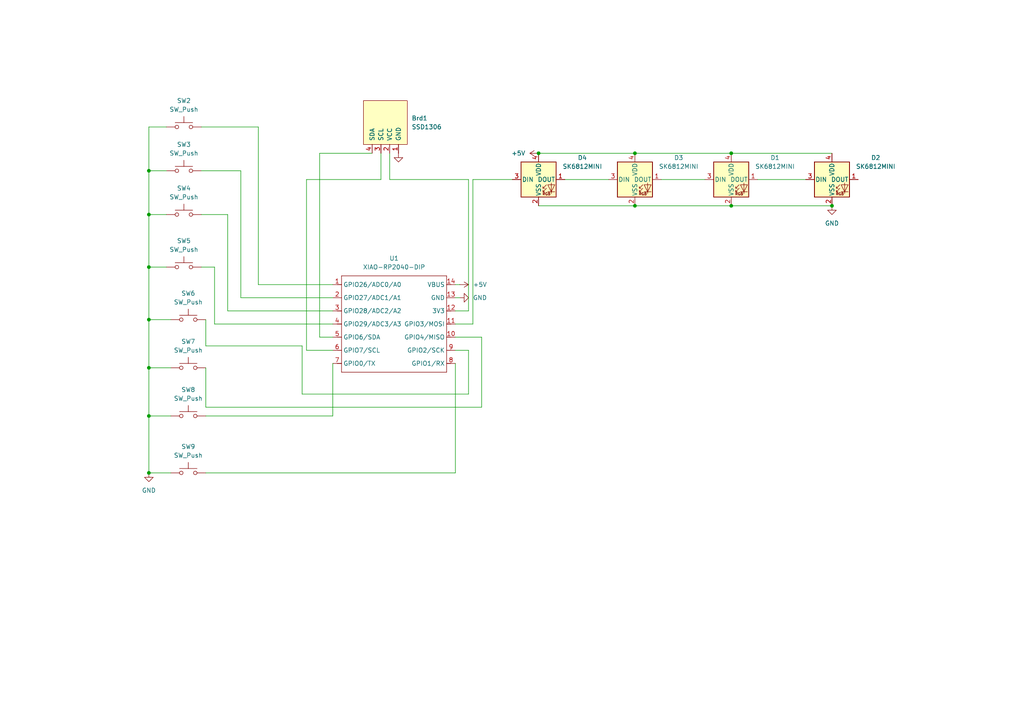
<source format=kicad_sch>
(kicad_sch (version 20231120) (generator "eeschema") (generator_version "8.0")
  (paper "A4")
  (lib_symbols
    (symbol "GND_1" (power) (pin_numbers hide) (pin_names (offset 0) hide)
      (property "Value" "GND" (at 0 -3.81 0))
      (symbol "GND_1_0_1"
        (polyline (pts (xy 0 0) (xy 0 -1.27) (xy 1.27 -1.27) (xy 0 -2.54) (xy -1.27 -1.27) (xy 0 -1.27)))
      )
      (symbol "GND_1_1_1"
        (pin power_in line (at 0 0 270) (length 0) (name "~") (number "1"))
      )
    )
    (symbol "LED:SK6812MINI" (pin_names (offset 0.254))
      (property "Reference" "D" (at 5.08 5.715 0))
      (property "Value" "SK6812MINI" (at 1.27 -5.715 0))
      (symbol "SK6812MINI_0_0"
        (text "RGB" (at 2.286 -4.191 0) (effects (font (size 0.762 0.762))))
      )
      (symbol "SK6812MINI_0_1"
        (polyline (pts (xy 1.27 -3.556) (xy 1.778 -3.556)))
        (polyline (pts (xy 1.27 -2.54) (xy 1.778 -2.54)))
        (polyline (pts (xy 4.699 -3.556) (xy 2.667 -3.556)))
        (polyline (pts (xy 2.286 -2.54) (xy 1.27 -3.556) (xy 1.27 -3.048)))
        (polyline (pts (xy 2.286 -1.524) (xy 1.27 -2.54) (xy 1.27 -2.032)))
        (polyline (pts (xy 3.683 -1.016) (xy 3.683 -3.556) (xy 3.683 -4.064)))
        (polyline (pts (xy 4.699 -1.524) (xy 2.667 -1.524) (xy 3.683 -3.556) (xy 4.699 -1.524)))
        (rectangle (start 5.08 5.08) (end -5.08 -5.08) (stroke (width 0.254)) (fill (type background)))
      )
      (symbol "SK6812MINI_1_1"
        (pin output line (at 7.62 0 180) (length 2.54) (name "DOUT") (number "1"))
        (pin power_in line (at 0 -7.62 90) (length 2.54) (name "VSS") (number "2"))
        (pin input line (at -7.62 0 0) (length 2.54) (name "DIN") (number "3"))
        (pin power_in line (at 0 7.62 270) (length 2.54) (name "VDD") (number "4"))
      )
    )
    (symbol "OPL:XIAO-RP2040-DIP"
      (property "Reference" "U" (at 0 0 0))
      (property "Value" "XIAO-RP2040-DIP" (at 5.334 -1.778 0))
      (symbol "XIAO-RP2040-DIP_1_0"
        (polyline (pts (xy -1.27 -30.48) (xy -1.27 -16.51)) (stroke (width 0.1524)))
        (polyline (pts (xy -1.27 -27.94) (xy -2.54 -27.94)) (stroke (width 0.1524)))
        (polyline (pts (xy -1.27 -24.13) (xy -2.54 -24.13)) (stroke (width 0.1524)))
        (polyline (pts (xy -1.27 -20.32) (xy -2.54 -20.32)) (stroke (width 0.1524)))
        (polyline (pts (xy -1.27 -16.51) (xy -2.54 -16.51)) (stroke (width 0.1524)))
        (polyline (pts (xy -1.27 -16.51) (xy -1.27 -12.7)) (stroke (width 0.1524)))
        (polyline (pts (xy -1.27 -12.7) (xy -2.54 -12.7)) (stroke (width 0.1524)))
        (polyline (pts (xy -1.27 -12.7) (xy -1.27 -8.89)) (stroke (width 0.1524)))
        (polyline (pts (xy -1.27 -8.89) (xy -2.54 -8.89)) (stroke (width 0.1524)))
        (polyline (pts (xy -1.27 -8.89) (xy -1.27 -5.08)) (stroke (width 0.1524)))
        (polyline (pts (xy -1.27 -5.08) (xy -2.54 -5.08)) (stroke (width 0.1524)))
        (polyline (pts (xy -1.27 -5.08) (xy -1.27 -2.54)) (stroke (width 0.1524)))
        (polyline (pts (xy -1.27 -2.54) (xy 29.21 -2.54)) (stroke (width 0.1524)))
        (polyline (pts (xy 29.21 -30.48) (xy -1.27 -30.48)) (stroke (width 0.1524)))
        (polyline (pts (xy 29.21 -12.7) (xy 29.21 -30.48)) (stroke (width 0.1524)))
        (polyline (pts (xy 29.21 -8.89) (xy 29.21 -12.7)) (stroke (width 0.1524)))
        (polyline (pts (xy 29.21 -5.08) (xy 29.21 -8.89)) (stroke (width 0.1524)))
        (polyline (pts (xy 29.21 -2.54) (xy 29.21 -5.08)) (stroke (width 0.1524)))
        (polyline (pts (xy 30.48 -27.94) (xy 29.21 -27.94)) (stroke (width 0.1524)))
        (polyline (pts (xy 30.48 -24.13) (xy 29.21 -24.13)) (stroke (width 0.1524)))
        (polyline (pts (xy 30.48 -20.32) (xy 29.21 -20.32)) (stroke (width 0.1524)))
        (polyline (pts (xy 30.48 -16.51) (xy 29.21 -16.51)) (stroke (width 0.1524)))
        (polyline (pts (xy 30.48 -12.7) (xy 29.21 -12.7)) (stroke (width 0.1524)))
        (polyline (pts (xy 30.48 -8.89) (xy 29.21 -8.89)) (stroke (width 0.1524)))
        (polyline (pts (xy 30.48 -5.08) (xy 29.21 -5.08)) (stroke (width 0.1524)))
        (pin passive line (at -3.81 -5.08 0) (length 2.54) (name "GPIO26/ADC0/A0") (number "1"))
        (pin passive line (at 31.75 -20.32 180) (length 2.54) (name "GPIO4/MISO") (number "10"))
        (pin passive line (at 31.75 -16.51 180) (length 2.54) (name "GPIO3/MOSI") (number "11"))
        (pin passive line (at 31.75 -12.7 180) (length 2.54) (name "3V3") (number "12"))
        (pin passive line (at 31.75 -8.89 180) (length 2.54) (name "GND") (number "13"))
        (pin passive line (at 31.75 -5.08 180) (length 2.54) (name "VBUS") (number "14"))
        (pin passive line (at -3.81 -8.89 0) (length 2.54) (name "GPIO27/ADC1/A1") (number "2"))
        (pin passive line (at -3.81 -12.7 0) (length 2.54) (name "GPIO28/ADC2/A2") (number "3"))
        (pin passive line (at -3.81 -16.51 0) (length 2.54) (name "GPIO29/ADC3/A3") (number "4"))
        (pin passive line (at -3.81 -20.32 0) (length 2.54) (name "GPIO6/SDA") (number "5"))
        (pin passive line (at -3.81 -24.13 0) (length 2.54) (name "GPIO7/SCL") (number "6"))
        (pin passive line (at -3.81 -27.94 0) (length 2.54) (name "GPIO0/TX") (number "7"))
        (pin passive line (at 31.75 -27.94 180) (length 2.54) (name "GPIO1/RX") (number "8"))
        (pin passive line (at 31.75 -24.13 180) (length 2.54) (name "GPIO2/SCK") (number "9"))
      )
    )
    (symbol "SSD1306:SSD1306" (pin_names (offset 1.016))
      (property "Reference" "Brd" (at 0 -3.81 0))
      (property "Value" "SSD1306" (at 0 -1.27 0))
      (symbol "SSD1306_0_1"
        (rectangle (start -6.35 6.35) (end 6.35 -6.35) (fill (type background)))
      )
      (symbol "SSD1306_1_1"
        (pin input line (at -3.81 8.89 270) (length 2.54) (name "GND") (number "1"))
        (pin input line (at -1.27 8.89 270) (length 2.54) (name "VCC") (number "2"))
        (pin input line (at 1.27 8.89 270) (length 2.54) (name "SCL") (number "3"))
        (pin input line (at 3.81 8.89 270) (length 2.54) (name "SDA") (number "4"))
      )
    )
    (symbol "Switch:SW_Push" (pin_numbers hide) (pin_names (offset 1.016) hide)
      (property "Reference" "SW" (at 1.27 2.54 0))
      (property "Value" "SW_Push" (at 0 -1.524 0))
      (symbol "SW_Push_0_1"
        (circle (center -2.032 0) (radius 0.508))
        (polyline (pts (xy 0 1.27) (xy 0 3.048)))
        (polyline (pts (xy 2.54 1.27) (xy -2.54 1.27)))
        (circle (center 2.032 0) (radius 0.508))
        (pin passive line (at -5.08 0 0) (length 2.54) (name "1") (number "1"))
        (pin passive line (at 5.08 0 180) (length 2.54) (name "2") (number "2"))
      )
    )
    (symbol "power:+5V" (power) (pin_numbers hide) (pin_names (offset 0) hide)
      (property "Value" "+5V" (at 0 3.556 0))
      (symbol "+5V_0_1"
        (polyline (pts (xy -0.762 1.27) (xy 0 2.54)))
        (polyline (pts (xy 0 0) (xy 0 2.54)))
        (polyline (pts (xy 0 2.54) (xy 0.762 1.27)))
      )
      (symbol "+5V_1_1"
        (pin power_in line (at 0 0 90) (length 0) (name "~") (number "1"))
      )
    )
    (symbol "power:GND" (power) (pin_numbers hide) (pin_names (offset 0) hide)
      (property "Value" "GND" (at 0 -3.81 0))
      (symbol "GND_0_1"
        (polyline (pts (xy 0 0) (xy 0 -1.27) (xy 1.27 -1.27) (xy 0 -2.54) (xy -1.27 -1.27) (xy 0 -1.27)))
      )
    )
  )
  (junction (at 43.18 106.68))
  (junction (at 156.21 44.45))
  (junction (at 184.15 59.69))
  (junction (at 43.18 120.65))
  (junction (at 212.09 44.45))
  (junction (at 43.18 137.16))
  (junction (at 43.18 77.47))
  (junction (at 43.18 62.23))
  (junction (at 43.18 92.71))
  (junction (at 43.18 49.53))
  (junction (at 184.15 44.45))
  (junction (at 241.3 59.69))
  (junction (at 212.09 59.69))
  (wire (pts (xy 58.42 36.83) (xy 74.93 36.83)))
  (wire (pts (xy 132.08 137.16) (xy 132.08 105.41)))
  (wire (pts (xy 133.35 86.36) (xy 132.08 86.36)))
  (wire (pts (xy 156.21 59.69) (xy 184.15 59.69)))
  (wire (pts (xy 92.71 44.45) (xy 107.95 44.45)))
  (wire (pts (xy 43.18 36.83) (xy 48.26 36.83)))
  (wire (pts (xy 43.18 62.23) (xy 48.26 62.23)))
  (wire (pts (xy 219.71 52.07) (xy 233.68 52.07)))
  (wire (pts (xy 58.42 62.23) (xy 66.04 62.23)))
  (wire (pts (xy 132.08 90.17) (xy 135.89 90.17)))
  (wire (pts (xy 133.35 82.55) (xy 132.08 82.55)))
  (wire (pts (xy 43.18 77.47) (xy 48.26 77.47)))
  (wire (pts (xy 96.52 101.6) (xy 88.9 101.6)))
  (wire (pts (xy 132.08 97.79) (xy 139.7 97.79)))
  (wire (pts (xy 58.42 49.53) (xy 69.85 49.53)))
  (wire (pts (xy 43.18 92.71) (xy 49.53 92.71)))
  (wire (pts (xy 43.18 137.16) (xy 43.18 120.65)))
  (wire (pts (xy 74.93 82.55) (xy 96.52 82.55)))
  (wire (pts (xy 88.9 101.6) (xy 88.9 52.07)))
  (wire (pts (xy 113.03 52.07) (xy 113.03 44.45)))
  (wire (pts (xy 135.89 90.17) (xy 135.89 52.07)))
  (wire (pts (xy 212.09 44.45) (xy 241.3 44.45)))
  (wire (pts (xy 110.49 52.07) (xy 110.49 44.45)))
  (wire (pts (xy 43.18 106.68) (xy 43.18 92.71)))
  (wire (pts (xy 191.77 52.07) (xy 204.47 52.07)))
  (wire (pts (xy 184.15 59.69) (xy 212.09 59.69)))
  (wire (pts (xy 87.63 114.3) (xy 135.89 114.3)))
  (wire (pts (xy 43.18 49.53) (xy 43.18 36.83)))
  (wire (pts (xy 66.04 90.17) (xy 96.52 90.17)))
  (wire (pts (xy 43.18 49.53) (xy 48.26 49.53)))
  (wire (pts (xy 62.23 93.98) (xy 96.52 93.98)))
  (wire (pts (xy 148.59 52.07) (xy 137.16 52.07)))
  (wire (pts (xy 66.04 62.23) (xy 66.04 90.17)))
  (wire (pts (xy 96.52 105.41) (xy 96.52 120.65)))
  (wire (pts (xy 135.89 101.6) (xy 132.08 101.6)))
  (wire (pts (xy 43.18 120.65) (xy 49.53 120.65)))
  (wire (pts (xy 43.18 120.65) (xy 43.18 106.68)))
  (wire (pts (xy 132.08 93.98) (xy 137.16 93.98)))
  (wire (pts (xy 96.52 120.65) (xy 59.69 120.65)))
  (wire (pts (xy 43.18 92.71) (xy 43.18 77.47)))
  (wire (pts (xy 92.71 97.79) (xy 92.71 44.45)))
  (wire (pts (xy 139.7 97.79) (xy 139.7 118.11)))
  (wire (pts (xy 62.23 77.47) (xy 62.23 93.98)))
  (wire (pts (xy 69.85 86.36) (xy 96.52 86.36)))
  (wire (pts (xy 59.69 100.33) (xy 87.63 100.33)))
  (wire (pts (xy 74.93 36.83) (xy 74.93 82.55)))
  (wire (pts (xy 139.7 118.11) (xy 59.69 118.11)))
  (wire (pts (xy 135.89 114.3) (xy 135.89 101.6)))
  (wire (pts (xy 137.16 93.98) (xy 137.16 52.07)))
  (wire (pts (xy 59.69 92.71) (xy 59.69 100.33)))
  (wire (pts (xy 88.9 52.07) (xy 110.49 52.07)))
  (wire (pts (xy 43.18 137.16) (xy 49.53 137.16)))
  (wire (pts (xy 87.63 100.33) (xy 87.63 114.3)))
  (wire (pts (xy 43.18 77.47) (xy 43.18 62.23)))
  (wire (pts (xy 59.69 118.11) (xy 59.69 106.68)))
  (wire (pts (xy 59.69 137.16) (xy 132.08 137.16)))
  (wire (pts (xy 43.18 106.68) (xy 49.53 106.68)))
  (wire (pts (xy 184.15 44.45) (xy 212.09 44.45)))
  (wire (pts (xy 43.18 62.23) (xy 43.18 49.53)))
  (wire (pts (xy 163.83 52.07) (xy 176.53 52.07)))
  (wire (pts (xy 92.71 97.79) (xy 96.52 97.79)))
  (wire (pts (xy 58.42 77.47) (xy 62.23 77.47)))
  (wire (pts (xy 69.85 49.53) (xy 69.85 86.36)))
  (wire (pts (xy 135.89 52.07) (xy 113.03 52.07)))
  (wire (pts (xy 212.09 59.69) (xy 241.3 59.69)))
  (wire (pts (xy 156.21 44.45) (xy 184.15 44.45)))
  (symbol (lib_id "power:+5V") (at 156.21 44.45 90) (unit 1)
    (property "Reference" "#PWR06" (effects (hide yes)))
    (property "Value" "+5V" (at 152.4 44.4499 90) (effects (justify left)))
    (property "Description" "Power symbol creates a global label with name \"+5V\"" (effects (hide yes)))
  )
  (symbol (lib_id "LED:SK6812MINI") (at 241.3 52.07 0) (unit 1)
    (property "Reference" "D2" (at 254 45.7514 0))
    (property "Value" "SK6812MINI" (at 254 48.2914 0))
    (property "Footprint" "LED_SMD:LED_SK6812MINI_PLCC4_3.5x3.5mm_P1.75mm" (effects (hide yes)))
    (property "Datasheet" "https://cdn-shop.adafruit.com/product-files/2686/SK6812MINI_REV.01-1-2.pdf" (effects (hide yes)))
    (property "Description" "RGB LED with integrated controller" (effects (hide yes)))
  )
  (symbol (lib_name "GND_1") (lib_id "power:GND") (at 43.18 137.16 0) (unit 1)
    (property "Reference" "#PWR04" (effects (hide yes)))
    (property "Value" "GND" (at 43.18 142.24 0))
    (property "Description" "Power symbol creates a global label with name \"GND\" , ground" (effects (hide yes)))
  )
  (symbol (lib_name "GND_1") (lib_id "power:GND") (at 133.35 86.36 90) (unit 1)
    (property "Reference" "#PWR03" (effects (hide yes)))
    (property "Value" "GND" (at 137.16 86.3599 90) (effects (justify right)))
    (property "Description" "Power symbol creates a global label with name \"GND\" , ground" (effects (hide yes)))
  )
  (symbol (lib_id "LED:SK6812MINI") (at 184.15 52.07 0) (unit 1)
    (property "Reference" "D3" (at 196.85 45.7514 0))
    (property "Value" "SK6812MINI" (at 196.85 48.2914 0))
    (property "Footprint" "LED_SMD:LED_SK6812MINI_PLCC4_3.5x3.5mm_P1.75mm" (effects (hide yes)))
    (property "Datasheet" "https://cdn-shop.adafruit.com/product-files/2686/SK6812MINI_REV.01-1-2.pdf" (effects (hide yes)))
    (property "Description" "RGB LED with integrated controller" (effects (hide yes)))
  )
  (symbol (lib_id "Switch:SW_Push") (at 53.34 62.23 0) (unit 1)
    (property "Reference" "SW4" (at 53.34 54.61 0))
    (property "Value" "SW_Push" (at 53.34 57.15 0))
    (property "Footprint" "Button_Switch_Keyboard:SW_Cherry_MX_1.00u_PCB" (effects (hide yes)))
    (property "Description" "Push button switch, generic, two pins" (effects (hide yes)))
  )
  (symbol (lib_id "Switch:SW_Push") (at 53.34 36.83 0) (unit 1)
    (property "Reference" "SW2" (at 53.34 29.21 0))
    (property "Value" "SW_Push" (at 53.34 31.75 0))
    (property "Footprint" "Button_Switch_Keyboard:SW_Cherry_MX_1.00u_PCB" (effects (hide yes)))
    (property "Description" "Push button switch, generic, two pins" (effects (hide yes)))
  )
  (symbol (lib_id "OPL:XIAO-RP2040-DIP") (at 100.33 77.47 0) (unit 1)
    (property "Reference" "U1" (at 114.3 74.93 0))
    (property "Value" "XIAO-RP2040-DIP" (at 114.3 77.47 0))
    (property "Footprint" "OPL:XIAO-RP2040-DIP" (effects (hide yes)))
  )
  (symbol (lib_id "power:+5V") (at 133.35 82.55 270) (unit 1)
    (property "Reference" "#PWR05" (effects (hide yes)))
    (property "Value" "+5V" (at 137.16 82.5499 90) (effects (justify left)))
    (property "Description" "Power symbol creates a global label with name \"+5V\"" (effects (hide yes)))
  )
  (symbol (lib_name "GND_1") (lib_id "power:GND") (at 241.3 59.69 0) (unit 1)
    (property "Reference" "#PWR01" (effects (hide yes)))
    (property "Value" "GND" (at 241.3 64.77 0))
    (property "Description" "Power symbol creates a global label with name \"GND\" , ground" (effects (hide yes)))
  )
  (symbol (lib_id "Switch:SW_Push") (at 54.61 92.71 0) (unit 1)
    (property "Reference" "SW6" (at 54.61 85.09 0))
    (property "Value" "SW_Push" (at 54.61 87.63 0))
    (property "Footprint" "Button_Switch_Keyboard:SW_Cherry_MX_1.00u_PCB" (effects (hide yes)))
    (property "Description" "Push button switch, generic, two pins" (effects (hide yes)))
  )
  (symbol (lib_id "SSD1306:SSD1306") (at 111.76 35.56 180) (unit 1)
    (property "Reference" "Brd1" (at 119.38 34.2899 0) (effects (justify right)))
    (property "Value" "SSD1306" (at 119.38 36.8299 0) (effects (justify right)))
    (property "Footprint" "Display:Adafruit_SSD1306" (effects (hide yes)))
    (property "Description" "SSD1306 OLED" (effects (hide yes)))
  )
  (symbol (lib_id "LED:SK6812MINI") (at 156.21 52.07 0) (unit 1)
    (property "Reference" "D4" (at 168.91 45.7514 0))
    (property "Value" "SK6812MINI" (at 168.91 48.2914 0))
    (property "Footprint" "LED_SMD:LED_SK6812MINI_PLCC4_3.5x3.5mm_P1.75mm" (effects (hide yes)))
    (property "Datasheet" "https://cdn-shop.adafruit.com/product-files/2686/SK6812MINI_REV.01-1-2.pdf" (effects (hide yes)))
    (property "Description" "RGB LED with integrated controller" (effects (hide yes)))
  )
  (symbol (lib_id "LED:SK6812MINI") (at 212.09 52.07 0) (unit 1)
    (property "Reference" "D1" (at 224.79 45.7514 0))
    (property "Value" "SK6812MINI" (at 224.79 48.2914 0))
    (property "Footprint" "LED_SMD:LED_SK6812MINI_PLCC4_3.5x3.5mm_P1.75mm" (effects (hide yes)))
    (property "Datasheet" "https://cdn-shop.adafruit.com/product-files/2686/SK6812MINI_REV.01-1-2.pdf" (effects (hide yes)))
    (property "Description" "RGB LED with integrated controller" (effects (hide yes)))
  )
  (symbol (lib_id "Switch:SW_Push") (at 54.61 106.68 0) (unit 1)
    (property "Reference" "SW7" (at 54.61 99.06 0))
    (property "Value" "SW_Push" (at 54.61 101.6 0))
    (property "Footprint" "Button_Switch_Keyboard:SW_Cherry_MX_1.00u_PCB" (effects (hide yes)))
    (property "Description" "Push button switch, generic, two pins" (effects (hide yes)))
  )
  (symbol (lib_id "Switch:SW_Push") (at 53.34 77.47 0) (unit 1)
    (property "Reference" "SW5" (at 53.34 69.85 0))
    (property "Value" "SW_Push" (at 53.34 72.39 0))
    (property "Footprint" "Button_Switch_Keyboard:SW_Cherry_MX_1.00u_PCB" (effects (hide yes)))
    (property "Description" "Push button switch, generic, two pins" (effects (hide yes)))
  )
  (symbol (lib_id "power:GND") (at 115.57 44.45 0) (unit 1)
    (property "Reference" "#PWR02" (effects (hide yes)))
    (property "Value" "GND" (effects (hide yes)))
    (property "Description" "Power symbol creates a global label with name \"GND\" , ground" (effects (hide yes)))
  )
  (symbol (lib_id "Switch:SW_Push") (at 54.61 120.65 0) (unit 1)
    (property "Reference" "SW8" (at 54.61 113.03 0))
    (property "Value" "SW_Push" (at 54.61 115.57 0))
    (property "Footprint" "Button_Switch_Keyboard:SW_Cherry_MX_1.00u_PCB" (effects (hide yes)))
    (property "Description" "Push button switch, generic, two pins" (effects (hide yes)))
  )
  (symbol (lib_id "Switch:SW_Push") (at 53.34 49.53 0) (unit 1)
    (property "Reference" "SW3" (at 53.34 41.91 0))
    (property "Value" "SW_Push" (at 53.34 44.45 0))
    (property "Footprint" "Button_Switch_Keyboard:SW_Cherry_MX_1.00u_PCB" (effects (hide yes)))
    (property "Description" "Push button switch, generic, two pins" (effects (hide yes)))
  )
  (symbol (lib_id "Switch:SW_Push") (at 54.61 137.16 0) (unit 1)
    (property "Reference" "SW9" (at 54.61 129.54 0))
    (property "Value" "SW_Push" (at 54.61 132.08 0))
    (property "Footprint" "Button_Switch_Keyboard:SW_Cherry_MX_1.00u_PCB" (effects (hide yes)))
    (property "Description" "Push button switch, generic, two pins" (effects (hide yes)))
  )
)
</source>
